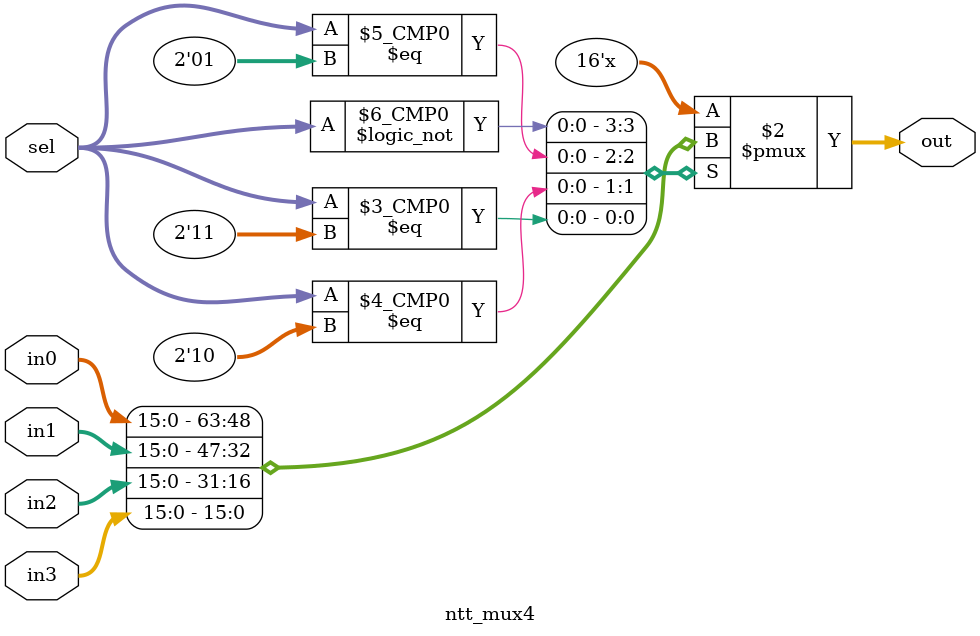
<source format=sv>
module ntt_mux4 (
    input [15:0] in0,
    input [15:0] in1,
    input [15:0] in2,
    input [15:0] in3,
    input [1:0]sel,
    output reg [15:0] out
);

  always @(*) begin
    case (sel)
      2'd0: out = in0;
      2'd1: out = in1;
      2'd2: out = in2;
      2'd3: out = in3;
      default: out = {16{1'bx}};
    endcase
  end
endmodule

</source>
